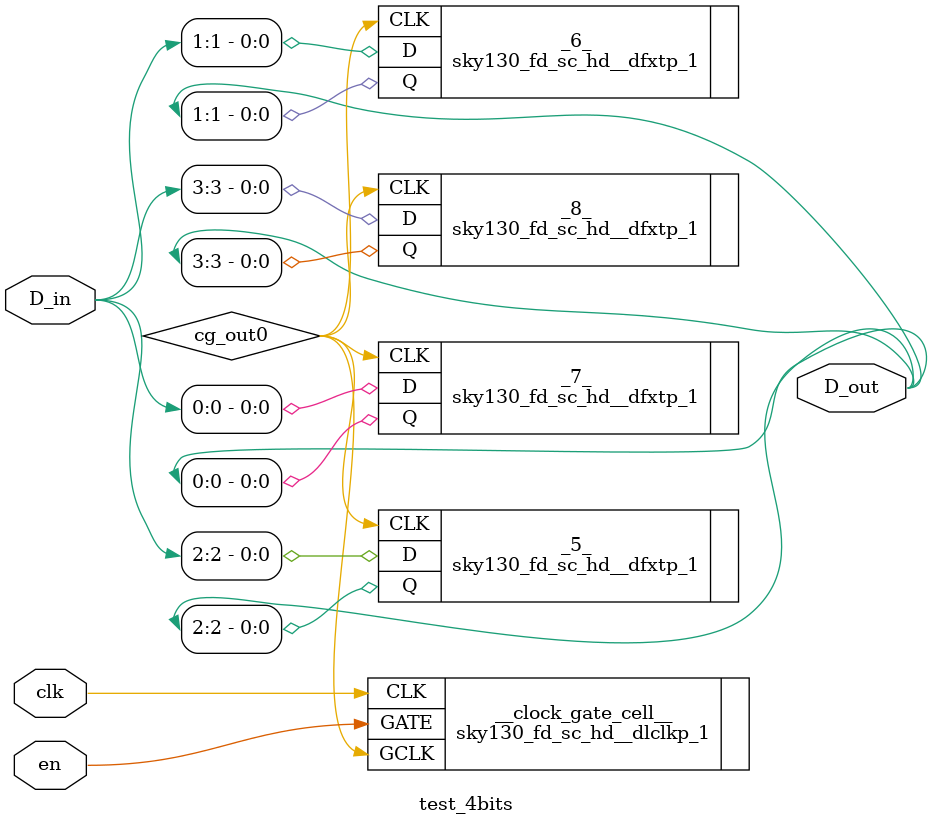
<source format=v>


module test_4bits
(
  D_in,
  clk,
  en,
  D_out
);

  wire cg_out0;
  wire [3:0] _0_;
  input [3:0] D_in;
  output [3:0] D_out;
  input clk;
  input en;

  sky130_fd_sc_hd__dlclkp_1
  __clock_gate_cell__
  (
    .GCLK(cg_out0),
    .GATE(en),
    .CLK(clk)
  );


  sky130_fd_sc_hd__dfxtp_1
  _5_
  (
    .CLK(cg_out0),
    .D(D_in[2]),
    .Q(D_out[2])
  );


  sky130_fd_sc_hd__dfxtp_1
  _6_
  (
    .CLK(cg_out0),
    .D(D_in[1]),
    .Q(D_out[1])
  );


  sky130_fd_sc_hd__dfxtp_1
  _7_
  (
    .CLK(cg_out0),
    .D(D_in[0]),
    .Q(D_out[0])
  );


  sky130_fd_sc_hd__dfxtp_1
  _8_
  (
    .CLK(cg_out0),
    .D(D_in[3]),
    .Q(D_out[3])
  );


endmodule


</source>
